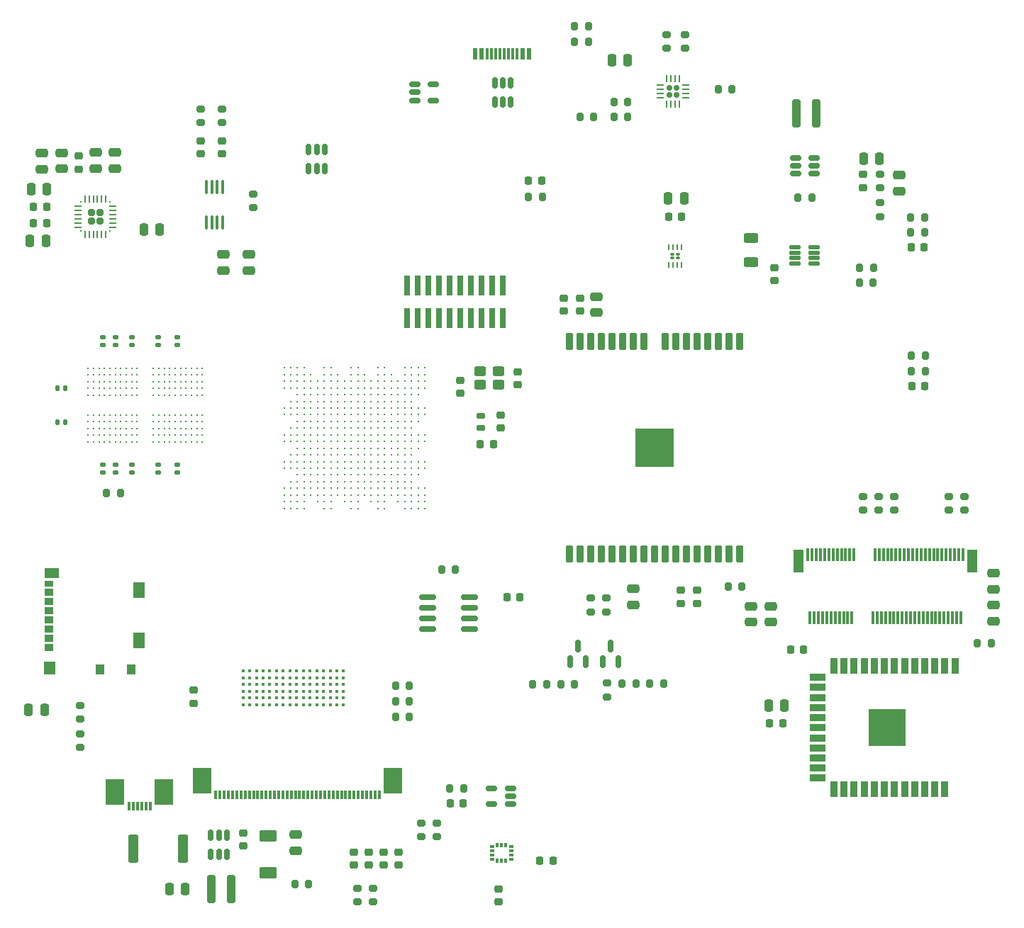
<source format=gtp>
%TF.GenerationSoftware,KiCad,Pcbnew,9.0.5*%
%TF.CreationDate,2025-11-15T17:56:55+00:00*%
%TF.ProjectId,gk,676b2e6b-6963-4616-945f-706362585858,rev?*%
%TF.SameCoordinates,Original*%
%TF.FileFunction,Paste,Top*%
%TF.FilePolarity,Positive*%
%FSLAX46Y46*%
G04 Gerber Fmt 4.6, Leading zero omitted, Abs format (unit mm)*
G04 Created by KiCad (PCBNEW 9.0.5) date 2025-11-15 17:56:55*
%MOMM*%
%LPD*%
G01*
G04 APERTURE LIST*
G04 Aperture macros list*
%AMRoundRect*
0 Rectangle with rounded corners*
0 $1 Rounding radius*
0 $2 $3 $4 $5 $6 $7 $8 $9 X,Y pos of 4 corners*
0 Add a 4 corners polygon primitive as box body*
4,1,4,$2,$3,$4,$5,$6,$7,$8,$9,$2,$3,0*
0 Add four circle primitives for the rounded corners*
1,1,$1+$1,$2,$3*
1,1,$1+$1,$4,$5*
1,1,$1+$1,$6,$7*
1,1,$1+$1,$8,$9*
0 Add four rect primitives between the rounded corners*
20,1,$1+$1,$2,$3,$4,$5,0*
20,1,$1+$1,$4,$5,$6,$7,0*
20,1,$1+$1,$6,$7,$8,$9,0*
20,1,$1+$1,$8,$9,$2,$3,0*%
G04 Aperture macros list end*
%ADD10C,0.000000*%
%ADD11RoundRect,0.072500X-0.210000X-0.072500X0.210000X-0.072500X0.210000X0.072500X-0.210000X0.072500X0*%
%ADD12RoundRect,0.072500X-0.072500X-0.210000X0.072500X-0.210000X0.072500X0.210000X-0.072500X0.210000X0*%
%ADD13RoundRect,0.075000X-0.155000X0.075000X-0.155000X-0.075000X0.155000X-0.075000X0.155000X0.075000X0*%
%ADD14RoundRect,0.047500X-0.047500X0.310000X-0.047500X-0.310000X0.047500X-0.310000X0.047500X0.310000X0*%
%ADD15RoundRect,0.160000X0.160000X-0.160000X0.160000X0.160000X-0.160000X0.160000X-0.160000X-0.160000X0*%
%ADD16RoundRect,0.047500X0.047500X-0.360000X0.047500X0.360000X-0.047500X0.360000X-0.047500X-0.360000X0*%
%ADD17RoundRect,0.047500X0.360000X-0.047500X0.360000X0.047500X-0.360000X0.047500X-0.360000X-0.047500X0*%
%ADD18RoundRect,0.198020X-0.201980X-0.201980X0.201980X-0.201980X0.201980X0.201980X-0.201980X0.201980X0*%
%ADD19RoundRect,0.047500X-0.360000X-0.047500X0.360000X-0.047500X0.360000X0.047500X-0.360000X0.047500X0*%
%ADD20RoundRect,0.047500X-0.047500X-0.360000X0.047500X-0.360000X0.047500X0.360000X-0.047500X0.360000X0*%
%ADD21RoundRect,0.028500X-0.066500X-0.066500X0.066500X-0.066500X0.066500X0.066500X-0.066500X0.066500X0*%
%ADD22RoundRect,0.250000X-0.475000X0.250000X-0.475000X-0.250000X0.475000X-0.250000X0.475000X0.250000X0*%
%ADD23RoundRect,0.150000X0.400000X-0.150000X0.400000X0.150000X-0.400000X0.150000X-0.400000X-0.150000X0*%
%ADD24RoundRect,0.200000X-0.200000X-0.275000X0.200000X-0.275000X0.200000X0.275000X-0.200000X0.275000X0*%
%ADD25RoundRect,0.225000X-0.250000X0.225000X-0.250000X-0.225000X0.250000X-0.225000X0.250000X0.225000X0*%
%ADD26R,1.100000X0.850000*%
%ADD27R,1.100000X0.750000*%
%ADD28R,1.000000X1.200000*%
%ADD29R,1.350000X1.550000*%
%ADD30R,1.350000X1.900000*%
%ADD31R,1.800000X1.170000*%
%ADD32RoundRect,0.200000X0.275000X-0.200000X0.275000X0.200000X-0.275000X0.200000X-0.275000X-0.200000X0*%
%ADD33RoundRect,0.150000X0.150000X-0.512500X0.150000X0.512500X-0.150000X0.512500X-0.150000X-0.512500X0*%
%ADD34RoundRect,0.140000X0.170000X-0.140000X0.170000X0.140000X-0.170000X0.140000X-0.170000X-0.140000X0*%
%ADD35RoundRect,0.100000X-0.100000X0.712500X-0.100000X-0.712500X0.100000X-0.712500X0.100000X0.712500X0*%
%ADD36RoundRect,0.200000X0.200000X0.275000X-0.200000X0.275000X-0.200000X-0.275000X0.200000X-0.275000X0*%
%ADD37RoundRect,0.150000X0.150000X-0.587500X0.150000X0.587500X-0.150000X0.587500X-0.150000X-0.587500X0*%
%ADD38R,0.812800X1.879600*%
%ADD39R,1.879600X0.812800*%
%ADD40R,4.394200X4.394200*%
%ADD41C,0.270000*%
%ADD42RoundRect,0.250000X-0.800000X0.450000X-0.800000X-0.450000X0.800000X-0.450000X0.800000X0.450000X0*%
%ADD43RoundRect,0.200000X-0.275000X0.200000X-0.275000X-0.200000X0.275000X-0.200000X0.275000X0.200000X0*%
%ADD44RoundRect,0.250000X-0.250000X-0.475000X0.250000X-0.475000X0.250000X0.475000X-0.250000X0.475000X0*%
%ADD45RoundRect,0.250000X0.250000X0.475000X-0.250000X0.475000X-0.250000X-0.475000X0.250000X-0.475000X0*%
%ADD46R,0.300000X1.100000*%
%ADD47R,2.300000X3.100000*%
%ADD48RoundRect,0.250000X0.362500X1.425000X-0.362500X1.425000X-0.362500X-1.425000X0.362500X-1.425000X0*%
%ADD49RoundRect,0.225000X-0.225000X-0.250000X0.225000X-0.250000X0.225000X0.250000X-0.225000X0.250000X0*%
%ADD50R,0.740000X2.400000*%
%ADD51RoundRect,0.225000X0.250000X-0.225000X0.250000X0.225000X-0.250000X0.225000X-0.250000X-0.225000X0*%
%ADD52RoundRect,0.150000X-0.512500X-0.150000X0.512500X-0.150000X0.512500X0.150000X-0.512500X0.150000X0*%
%ADD53RoundRect,0.250000X0.475000X-0.250000X0.475000X0.250000X-0.475000X0.250000X-0.475000X-0.250000X0*%
%ADD54RoundRect,0.125000X-0.537500X-0.125000X0.537500X-0.125000X0.537500X0.125000X-0.537500X0.125000X0*%
%ADD55RoundRect,0.140000X-0.170000X0.140000X-0.170000X-0.140000X0.170000X-0.140000X0.170000X0.140000X0*%
%ADD56RoundRect,0.225000X0.225000X0.250000X-0.225000X0.250000X-0.225000X-0.250000X0.225000X-0.250000X0*%
%ADD57RoundRect,0.140000X0.140000X0.170000X-0.140000X0.170000X-0.140000X-0.170000X0.140000X-0.170000X0*%
%ADD58R,0.300000X1.550000*%
%ADD59R,1.200000X2.750000*%
%ADD60RoundRect,0.150000X0.512500X0.150000X-0.512500X0.150000X-0.512500X-0.150000X0.512500X-0.150000X0*%
%ADD61R,0.600000X1.450000*%
%ADD62R,0.300000X1.450000*%
%ADD63RoundRect,0.250000X-0.450000X-0.325000X0.450000X-0.325000X0.450000X0.325000X-0.450000X0.325000X0*%
%ADD64RoundRect,0.245000X-0.245000X-1.455000X0.245000X-1.455000X0.245000X1.455000X-0.245000X1.455000X0*%
%ADD65RoundRect,0.250000X-0.625000X0.312500X-0.625000X-0.312500X0.625000X-0.312500X0.625000X0.312500X0*%
%ADD66C,0.320000*%
%ADD67RoundRect,0.120000X-0.280000X0.880000X-0.280000X-0.880000X0.280000X-0.880000X0.280000X0.880000X0*%
%ADD68R,4.546000X4.546000*%
%ADD69RoundRect,0.150000X-0.825000X-0.150000X0.825000X-0.150000X0.825000X0.150000X-0.825000X0.150000X0*%
%ADD70C,0.399999*%
G04 APERTURE END LIST*
D10*
%TO.C,U25*%
G36*
X146503124Y-117438073D02*
G01*
X145238391Y-117438073D01*
X145238391Y-116173339D01*
X146503124Y-116173339D01*
X146503124Y-117438073D01*
G37*
G36*
X146503124Y-118902806D02*
G01*
X145238391Y-118902806D01*
X145238391Y-117638072D01*
X146503124Y-117638072D01*
X146503124Y-118902806D01*
G37*
G36*
X146503124Y-120367539D02*
G01*
X145238391Y-120367539D01*
X145238391Y-119102805D01*
X146503124Y-119102805D01*
X146503124Y-120367539D01*
G37*
G36*
X147967858Y-117438073D02*
G01*
X146703124Y-117438073D01*
X146703124Y-116173339D01*
X147967858Y-116173339D01*
X147967858Y-117438073D01*
G37*
G36*
X147967858Y-118902806D02*
G01*
X146703124Y-118902806D01*
X146703124Y-117638072D01*
X147967858Y-117638072D01*
X147967858Y-118902806D01*
G37*
G36*
X147967858Y-120367539D02*
G01*
X146703124Y-120367539D01*
X146703124Y-119102805D01*
X147967858Y-119102805D01*
X147967858Y-120367539D01*
G37*
G36*
X149432591Y-117438073D02*
G01*
X148167857Y-117438073D01*
X148167857Y-116173339D01*
X149432591Y-116173339D01*
X149432591Y-117438073D01*
G37*
G36*
X149432591Y-118902806D02*
G01*
X148167857Y-118902806D01*
X148167857Y-117638072D01*
X149432591Y-117638072D01*
X149432591Y-118902806D01*
G37*
G36*
X149432591Y-120367539D02*
G01*
X148167857Y-120367539D01*
X148167857Y-119102805D01*
X149432591Y-119102805D01*
X149432591Y-120367539D01*
G37*
%TD*%
D11*
%TO.C,U15*%
X100150991Y-132504439D03*
X100150991Y-133004439D03*
X100150991Y-133504439D03*
X100150991Y-134004439D03*
D12*
X100813491Y-134166939D03*
X101313491Y-134166939D03*
X101813491Y-134166939D03*
D11*
X102475991Y-134004439D03*
X102475991Y-133504439D03*
X102475991Y-133004439D03*
X102475991Y-132504439D03*
D12*
X101813491Y-132341939D03*
X101313491Y-132341939D03*
X100813491Y-132341939D03*
%TD*%
D13*
%TO.C,U3*%
X122327491Y-61730439D03*
X121727491Y-61730439D03*
X122327491Y-62130439D03*
X121727491Y-62130439D03*
D14*
X122777491Y-60880439D03*
X122277491Y-60880439D03*
X121777491Y-60880439D03*
X121277491Y-60880439D03*
X121277491Y-62980439D03*
X121777491Y-62980439D03*
X122277491Y-62980439D03*
X122777491Y-62980439D03*
%TD*%
D15*
%TO.C,U2*%
X121373491Y-42645439D03*
X122173491Y-42645439D03*
X121373491Y-41845439D03*
X122173491Y-41845439D03*
D16*
X121023491Y-43795439D03*
X121523491Y-43795439D03*
X122023491Y-43795439D03*
X122523491Y-43795439D03*
D17*
X123323491Y-42995439D03*
X123323491Y-42495439D03*
X123323491Y-41995439D03*
X123323491Y-41495439D03*
D16*
X122523491Y-40695439D03*
X122023491Y-40695439D03*
X121523491Y-40695439D03*
X121023491Y-40695439D03*
D17*
X120223491Y-41495439D03*
X120223491Y-41995439D03*
X120223491Y-42495439D03*
X120223491Y-42995439D03*
%TD*%
D18*
%TO.C,U16*%
X52304491Y-56723439D03*
X52304491Y-57739439D03*
X53320491Y-56723439D03*
X53320491Y-57739439D03*
D19*
X50712491Y-55981439D03*
X50712491Y-56481439D03*
X50712491Y-56981439D03*
X50712491Y-57481439D03*
X50712491Y-57981439D03*
X50712491Y-58481439D03*
D20*
X51562491Y-59331439D03*
X52062491Y-59331439D03*
X52562491Y-59331439D03*
X53062491Y-59331439D03*
X53562491Y-59331439D03*
X54062491Y-59331439D03*
D19*
X54912491Y-58481439D03*
X54912491Y-57981439D03*
X54912491Y-57481439D03*
X54912491Y-56981439D03*
X54912491Y-56481439D03*
X54912491Y-55981439D03*
D20*
X54062491Y-55131439D03*
X53562491Y-55131439D03*
X53062491Y-55131439D03*
X52562491Y-55131439D03*
X52062491Y-55131439D03*
X51562491Y-55131439D03*
D21*
X51087491Y-55506439D03*
X51087491Y-58956439D03*
X54537491Y-58956439D03*
X54537491Y-55506439D03*
%TD*%
D22*
%TO.C,C132*%
X71100491Y-61742439D03*
X71100491Y-63642439D03*
%TD*%
D23*
%TO.C,Y2*%
X98786491Y-82442439D03*
X98786491Y-81042439D03*
%TD*%
D24*
%TO.C,R51*%
X110038491Y-34454439D03*
X111688491Y-34454439D03*
%TD*%
D25*
%TO.C,C107*%
X144442991Y-52201939D03*
X144442991Y-53751939D03*
%TD*%
D26*
%TO.C,J4*%
X47235491Y-108723439D03*
X47235491Y-107623439D03*
X47235491Y-106523439D03*
X47235491Y-105423439D03*
X47235491Y-104323439D03*
X47235491Y-103223439D03*
X47235491Y-102123439D03*
D27*
X47235491Y-101073439D03*
D28*
X53385491Y-111358439D03*
X57085491Y-111358439D03*
D29*
X47360491Y-111183439D03*
D30*
X58060491Y-107858439D03*
X58060491Y-101888439D03*
D31*
X47585491Y-99863439D03*
%TD*%
D32*
%TO.C,R8*%
X123170491Y-37101439D03*
X123170491Y-35451439D03*
%TD*%
D33*
%TO.C,U11*%
X100503491Y-43509939D03*
X101453491Y-43509939D03*
X102403491Y-43509939D03*
X102403491Y-41234939D03*
X101453491Y-41234939D03*
X100503491Y-41234939D03*
%TD*%
D34*
%TO.C,C85*%
X53703491Y-72604439D03*
X53703491Y-71644439D03*
%TD*%
D35*
%TO.C,U17*%
X68011491Y-53721939D03*
X67361491Y-53721939D03*
X66711491Y-53721939D03*
X66061491Y-53721939D03*
X66061491Y-57946939D03*
X66711491Y-57946939D03*
X67361491Y-57946939D03*
X68011491Y-57946939D03*
%TD*%
D36*
%TO.C,R52*%
X90276991Y-116984939D03*
X88626991Y-116984939D03*
%TD*%
D37*
%TO.C,Q2*%
X113388491Y-110441939D03*
X115288491Y-110441939D03*
X114338491Y-108566939D03*
%TD*%
D38*
%TO.C,U25*%
X155440251Y-110952439D03*
X154236291Y-110952439D03*
X153032331Y-110952439D03*
X151828371Y-110952439D03*
X150624411Y-110952439D03*
X149420451Y-110952439D03*
X148216491Y-110952439D03*
X147012531Y-110952439D03*
X145808571Y-110952439D03*
X144604611Y-110952439D03*
X143400651Y-110952439D03*
X142196691Y-110952439D03*
X140992731Y-110952439D03*
D39*
X139007391Y-112296139D03*
X139007391Y-113500099D03*
X139007391Y-114704059D03*
X139007391Y-115908019D03*
X139007391Y-117111979D03*
X139007391Y-118315939D03*
X139007391Y-119519899D03*
X139007391Y-120723859D03*
X139007391Y-121927819D03*
X139007391Y-123131779D03*
X139007391Y-124335739D03*
D38*
X140992731Y-125684439D03*
X142196691Y-125684439D03*
X143400651Y-125684439D03*
X144604611Y-125684439D03*
X145808571Y-125684439D03*
X147012531Y-125684439D03*
X148216491Y-125684439D03*
X149420451Y-125684439D03*
X150624411Y-125684439D03*
X151828371Y-125684439D03*
X153032331Y-125684439D03*
X154236291Y-125684439D03*
D40*
X147335491Y-118270439D03*
%TD*%
D41*
%TO.C,U6*%
X65588491Y-75354439D03*
X65588491Y-76154439D03*
X65588491Y-76954439D03*
X65588491Y-77754439D03*
X65588491Y-78554439D03*
X65588491Y-80954439D03*
X65588491Y-81754439D03*
X65588491Y-82554439D03*
X65588491Y-83354439D03*
X65588491Y-84154439D03*
X52588491Y-75354439D03*
X52588491Y-76154439D03*
X52588491Y-76954439D03*
X52588491Y-77754439D03*
X52588491Y-78554439D03*
X52588491Y-80954439D03*
X52588491Y-81754439D03*
X52588491Y-82554439D03*
X52588491Y-83354439D03*
X52588491Y-84154439D03*
X51938491Y-75354439D03*
X51938491Y-76154439D03*
X51938491Y-76954439D03*
X51938491Y-77754439D03*
X51938491Y-78554439D03*
X51938491Y-80954439D03*
X51938491Y-81754439D03*
X51938491Y-82554439D03*
X51938491Y-83354439D03*
X51938491Y-84154439D03*
X64938491Y-75354439D03*
X64938491Y-76154439D03*
X64938491Y-76954439D03*
X64938491Y-77754439D03*
X64938491Y-78554439D03*
X64938491Y-80954439D03*
X64938491Y-81754439D03*
X64938491Y-82554439D03*
X64938491Y-83354439D03*
X64938491Y-84154439D03*
X64288491Y-75354439D03*
X64288491Y-76154439D03*
X64288491Y-76954439D03*
X64288491Y-77754439D03*
X64288491Y-78554439D03*
X64288491Y-80954439D03*
X64288491Y-81754439D03*
X64288491Y-82554439D03*
X64288491Y-83354439D03*
X64288491Y-84154439D03*
X63638491Y-75354439D03*
X63638491Y-76154439D03*
X63638491Y-76954439D03*
X63638491Y-77754439D03*
X63638491Y-78554439D03*
X63638491Y-80954439D03*
X63638491Y-81754439D03*
X63638491Y-82554439D03*
X63638491Y-83354439D03*
X63638491Y-84154439D03*
X62988491Y-75354439D03*
X62988491Y-76154439D03*
X62988491Y-76954439D03*
X62988491Y-77754439D03*
X62988491Y-78554439D03*
X62988491Y-80954439D03*
X62988491Y-81754439D03*
X62988491Y-82554439D03*
X62988491Y-83354439D03*
X62988491Y-84154439D03*
X62338491Y-75354439D03*
X62338491Y-76154439D03*
X62338491Y-76954439D03*
X62338491Y-77754439D03*
X62338491Y-78554439D03*
X62338491Y-80954439D03*
X62338491Y-81754439D03*
X62338491Y-82554439D03*
X62338491Y-83354439D03*
X62338491Y-84154439D03*
X61688491Y-75354439D03*
X61688491Y-76154439D03*
X61688491Y-76954439D03*
X61688491Y-77754439D03*
X61688491Y-78554439D03*
X61688491Y-80954439D03*
X61688491Y-81754439D03*
X61688491Y-82554439D03*
X61688491Y-83354439D03*
X61688491Y-84154439D03*
X61038491Y-75354439D03*
X61038491Y-76154439D03*
X61038491Y-76954439D03*
X61038491Y-77754439D03*
X61038491Y-78554439D03*
X61038491Y-80954439D03*
X61038491Y-81754439D03*
X61038491Y-82554439D03*
X61038491Y-83354439D03*
X61038491Y-84154439D03*
X60388491Y-75354439D03*
X60388491Y-76154439D03*
X60388491Y-76954439D03*
X60388491Y-77754439D03*
X60388491Y-78554439D03*
X60388491Y-80954439D03*
X60388491Y-81754439D03*
X60388491Y-82554439D03*
X60388491Y-83354439D03*
X60388491Y-84154439D03*
X59738491Y-75354439D03*
X59738491Y-76154439D03*
X59738491Y-76954439D03*
X59738491Y-77754439D03*
X59738491Y-78554439D03*
X59738491Y-80954439D03*
X59738491Y-81754439D03*
X59738491Y-82554439D03*
X59738491Y-83354439D03*
X59738491Y-84154439D03*
X57788491Y-75354439D03*
X57788491Y-76154439D03*
X57788491Y-76954439D03*
X57788491Y-77754439D03*
X57788491Y-78554439D03*
X57788491Y-80954439D03*
X57788491Y-81754439D03*
X57788491Y-82554439D03*
X57788491Y-83354439D03*
X57788491Y-84154439D03*
X57138491Y-75354439D03*
X57138491Y-76154439D03*
X57138491Y-76954439D03*
X57138491Y-77754439D03*
X57138491Y-78554439D03*
X57138491Y-80954439D03*
X57138491Y-81754439D03*
X57138491Y-82554439D03*
X57138491Y-83354439D03*
X57138491Y-84154439D03*
X56488491Y-75354439D03*
X56488491Y-76154439D03*
X56488491Y-76954439D03*
X56488491Y-77754439D03*
X56488491Y-78554439D03*
X56488491Y-80954439D03*
X56488491Y-81754439D03*
X56488491Y-82554439D03*
X56488491Y-83354439D03*
X56488491Y-84154439D03*
X55838491Y-75354439D03*
X55838491Y-76154439D03*
X55838491Y-76954439D03*
X55838491Y-77754439D03*
X55838491Y-78554439D03*
X55838491Y-80954439D03*
X55838491Y-81754439D03*
X55838491Y-82554439D03*
X55838491Y-83354439D03*
X55838491Y-84154439D03*
X55188491Y-75354439D03*
X55188491Y-76154439D03*
X55188491Y-76954439D03*
X55188491Y-77754439D03*
X55188491Y-78554439D03*
X55188491Y-80954439D03*
X55188491Y-81754439D03*
X55188491Y-82554439D03*
X55188491Y-83354439D03*
X55188491Y-84154439D03*
X54538491Y-75354439D03*
X54538491Y-76154439D03*
X54538491Y-76954439D03*
X54538491Y-77754439D03*
X54538491Y-78554439D03*
X54538491Y-80954439D03*
X54538491Y-81754439D03*
X54538491Y-82554439D03*
X54538491Y-83354439D03*
X54538491Y-84154439D03*
X53888491Y-75354439D03*
X53888491Y-76154439D03*
X53888491Y-76954439D03*
X53888491Y-77754439D03*
X53888491Y-78554439D03*
X53888491Y-80954439D03*
X53888491Y-81754439D03*
X53888491Y-82554439D03*
X53888491Y-83354439D03*
X53888491Y-84154439D03*
X53238491Y-75354439D03*
X53238491Y-76154439D03*
X53238491Y-76954439D03*
X53238491Y-77754439D03*
X53238491Y-78554439D03*
X53238491Y-80954439D03*
X53238491Y-81754439D03*
X53238491Y-82554439D03*
X53238491Y-83354439D03*
X53238491Y-84154439D03*
%TD*%
D25*
%TO.C,C120*%
X89007491Y-133164439D03*
X89007491Y-134714439D03*
%TD*%
D24*
%TO.C,R53*%
X76625491Y-136987439D03*
X78275491Y-136987439D03*
%TD*%
%TO.C,R40*%
X128363491Y-101404439D03*
X130013491Y-101404439D03*
%TD*%
D22*
%TO.C,C108*%
X148760991Y-52280939D03*
X148760991Y-54180939D03*
%TD*%
D42*
%TO.C,D2*%
X73386491Y-131231439D03*
X73386491Y-135631439D03*
%TD*%
D36*
%TO.C,R50*%
X111688491Y-36304439D03*
X110038491Y-36304439D03*
%TD*%
D25*
%TO.C,C116*%
X100945491Y-137609439D03*
X100945491Y-139159439D03*
%TD*%
D32*
%TO.C,R56*%
X50970991Y-117301939D03*
X50970991Y-115651939D03*
%TD*%
D22*
%TO.C,C6*%
X117010991Y-101716939D03*
X117010991Y-103616939D03*
%TD*%
D43*
%TO.C,R33*%
X93579491Y-129685439D03*
X93579491Y-131335439D03*
%TD*%
D44*
%TO.C,C130*%
X58593491Y-58755439D03*
X60493491Y-58755439D03*
%TD*%
D45*
%TO.C,C127*%
X47031491Y-53929439D03*
X45131491Y-53929439D03*
%TD*%
D24*
%TO.C,R48*%
X136696491Y-54945439D03*
X138346491Y-54945439D03*
%TD*%
D43*
%TO.C,R22*%
X146338491Y-90679439D03*
X146338491Y-92329439D03*
%TD*%
D46*
%TO.C,J9*%
X59338491Y-127658439D03*
X58838491Y-127658439D03*
X58338491Y-127658439D03*
X57838491Y-127658439D03*
X57338491Y-127658439D03*
X56838491Y-127658439D03*
D47*
X61008491Y-125958439D03*
X55168491Y-125958439D03*
%TD*%
D24*
%TO.C,R60*%
X150221991Y-73804939D03*
X151871991Y-73804939D03*
%TD*%
D48*
%TO.C,R54*%
X63267991Y-132796439D03*
X57342991Y-132796439D03*
%TD*%
D36*
%TO.C,R39*%
X106151991Y-54881939D03*
X104501991Y-54881939D03*
%TD*%
D49*
%TO.C,C105*%
X104538991Y-52913439D03*
X106088991Y-52913439D03*
%TD*%
D32*
%TO.C,R68*%
X154746991Y-92329439D03*
X154746991Y-90679439D03*
%TD*%
D24*
%TO.C,R6*%
X110661491Y-45293439D03*
X112311491Y-45293439D03*
%TD*%
D50*
%TO.C,J5*%
X90023491Y-69341439D03*
X90023491Y-65441439D03*
X91293491Y-69341439D03*
X91293491Y-65441439D03*
X92563491Y-69341439D03*
X92563491Y-65441439D03*
X93833491Y-69341439D03*
X93833491Y-65441439D03*
X95103491Y-69341439D03*
X95103491Y-65441439D03*
X96373491Y-69341439D03*
X96373491Y-65441439D03*
X97643491Y-69341439D03*
X97643491Y-65441439D03*
X98913491Y-69341439D03*
X98913491Y-65441439D03*
X100183491Y-69341439D03*
X100183491Y-65441439D03*
X101453491Y-69341439D03*
X101453491Y-65441439D03*
%TD*%
D25*
%TO.C,C102*%
X96373491Y-76776439D03*
X96373491Y-78326439D03*
%TD*%
D43*
%TO.C,R49*%
X146474991Y-55580939D03*
X146474991Y-57230939D03*
%TD*%
D34*
%TO.C,C92*%
X55227491Y-72604439D03*
X55227491Y-71644439D03*
%TD*%
D24*
%TO.C,R2*%
X115713491Y-113054439D03*
X117363491Y-113054439D03*
%TD*%
D51*
%TO.C,C1*%
X110660991Y-68516939D03*
X110660991Y-66966939D03*
%TD*%
D52*
%TO.C,U8*%
X90917991Y-41422439D03*
X90917991Y-42372439D03*
X90917991Y-43322439D03*
X93192991Y-43322439D03*
X93192991Y-41422439D03*
%TD*%
D43*
%TO.C,R64*%
X67895491Y-44341439D03*
X67895491Y-45991439D03*
%TD*%
D24*
%TO.C,R5*%
X119013491Y-113054439D03*
X120663491Y-113054439D03*
%TD*%
D44*
%TO.C,C100*%
X44834991Y-116186439D03*
X46734991Y-116186439D03*
%TD*%
D51*
%TO.C,C2*%
X108755991Y-68516939D03*
X108755991Y-66966939D03*
%TD*%
D53*
%TO.C,C5*%
X112588491Y-68704439D03*
X112588491Y-66804439D03*
%TD*%
D54*
%TO.C,U4*%
X136314991Y-60884439D03*
X136314991Y-61534439D03*
X136314991Y-62184439D03*
X136314991Y-62834439D03*
X138589991Y-62834439D03*
X138589991Y-62184439D03*
X138589991Y-61534439D03*
X138589991Y-60884439D03*
%TD*%
D24*
%TO.C,R57*%
X88626991Y-113301939D03*
X90276991Y-113301939D03*
%TD*%
D51*
%TO.C,C134*%
X65388491Y-49729439D03*
X65388491Y-48179439D03*
%TD*%
D53*
%TO.C,C97*%
X133488491Y-105704439D03*
X133488491Y-103804439D03*
%TD*%
D55*
%TO.C,C75*%
X57132491Y-86884439D03*
X57132491Y-87844439D03*
%TD*%
D25*
%TO.C,C15*%
X64538491Y-113829439D03*
X64538491Y-115379439D03*
%TD*%
D55*
%TO.C,C90*%
X62593491Y-86884439D03*
X62593491Y-87844439D03*
%TD*%
D56*
%TO.C,C135*%
X137363491Y-108954439D03*
X135813491Y-108954439D03*
%TD*%
D32*
%TO.C,R69*%
X156588491Y-92329439D03*
X156588491Y-90679439D03*
%TD*%
D24*
%TO.C,R24*%
X94151491Y-99395439D03*
X95801491Y-99395439D03*
%TD*%
%TO.C,R11*%
X114725491Y-45293439D03*
X116375491Y-45293439D03*
%TD*%
D34*
%TO.C,C83*%
X57132491Y-72604439D03*
X57132491Y-71644439D03*
%TD*%
D57*
%TO.C,C81*%
X49230491Y-81776439D03*
X48270491Y-81776439D03*
%TD*%
D36*
%TO.C,R1*%
X110009991Y-113111439D03*
X108359991Y-113111439D03*
%TD*%
D32*
%TO.C,R36*%
X84117991Y-139145939D03*
X84117991Y-137495939D03*
%TD*%
D53*
%TO.C,C126*%
X55098491Y-51450439D03*
X55098491Y-49550439D03*
%TD*%
D45*
%TO.C,C7*%
X116373491Y-38562439D03*
X114473491Y-38562439D03*
%TD*%
D58*
%TO.C,J3*%
X137888491Y-97629439D03*
X138138491Y-105179439D03*
X138388491Y-97629439D03*
X138638491Y-105179439D03*
X138888491Y-97629439D03*
X139138491Y-105179439D03*
X139388491Y-97629439D03*
X139638491Y-105179439D03*
X139888491Y-97629439D03*
X140138491Y-105179439D03*
X140388491Y-97629439D03*
X140638491Y-105179439D03*
X140888491Y-97629439D03*
X141138491Y-105179439D03*
X141388491Y-97629439D03*
X141638491Y-105179439D03*
X141888491Y-97629439D03*
X142138491Y-105179439D03*
X142388491Y-97629439D03*
X142638491Y-105179439D03*
X142888491Y-97629439D03*
X143138491Y-105179439D03*
X143388491Y-97629439D03*
X145638491Y-105179439D03*
X145888491Y-97629439D03*
X146138491Y-105179439D03*
X146388491Y-97629439D03*
X146638491Y-105179439D03*
X146888491Y-97629439D03*
X147138491Y-105179439D03*
X147388491Y-97629439D03*
X147638491Y-105179439D03*
X147888491Y-97629439D03*
X148138491Y-105179439D03*
X148388491Y-97629439D03*
X148638491Y-105179439D03*
X148888491Y-97629439D03*
X149138491Y-105179439D03*
X149388491Y-97629439D03*
X149638491Y-105179439D03*
X149888491Y-97629439D03*
X150138491Y-105179439D03*
X150388491Y-97629439D03*
X150638491Y-105179439D03*
X150888491Y-97629439D03*
X151138491Y-105179439D03*
X151388491Y-97629439D03*
X151638491Y-105179439D03*
X151888491Y-97629439D03*
X152138491Y-105179439D03*
X152388491Y-97629439D03*
X152638491Y-105179439D03*
X152888491Y-97629439D03*
X153138491Y-105179439D03*
X153388491Y-97629439D03*
X153638491Y-105179439D03*
X153888491Y-97629439D03*
X154138491Y-105179439D03*
X154388491Y-97629439D03*
X154638491Y-105179439D03*
X154888491Y-97629439D03*
X155138491Y-105179439D03*
X155388491Y-97629439D03*
X155638491Y-105179439D03*
X155888491Y-97629439D03*
X156138491Y-105179439D03*
X156388491Y-97629439D03*
D59*
X136788491Y-98404439D03*
X157488491Y-98404439D03*
%TD*%
D51*
%TO.C,C122*%
X50791491Y-51533439D03*
X50791491Y-49983439D03*
%TD*%
D60*
%TO.C,U14*%
X102400491Y-127459939D03*
X102400491Y-126509939D03*
X102400491Y-125559939D03*
X100125491Y-125559939D03*
X100125491Y-127459939D03*
%TD*%
D32*
%TO.C,R37*%
X85959491Y-139145939D03*
X85959491Y-137495939D03*
%TD*%
D49*
%TO.C,C114*%
X150208491Y-60914439D03*
X151758491Y-60914439D03*
%TD*%
D61*
%TO.C,J7*%
X104615791Y-37738739D03*
X103815791Y-37738739D03*
D62*
X102615791Y-37738739D03*
X101615791Y-37738739D03*
X101115791Y-37738739D03*
X100115791Y-37738739D03*
D61*
X98915791Y-37738739D03*
X98115791Y-37738739D03*
X98115791Y-37738739D03*
X98915791Y-37738739D03*
D62*
X99615791Y-37738739D03*
X100615791Y-37738739D03*
X102115791Y-37738739D03*
X103115791Y-37738739D03*
D61*
X103815791Y-37738739D03*
X104615791Y-37738739D03*
%TD*%
D22*
%TO.C,C131*%
X68090491Y-61742439D03*
X68090491Y-63642439D03*
%TD*%
D49*
%TO.C,C115*%
X150271991Y-77487939D03*
X151821991Y-77487939D03*
%TD*%
D25*
%TO.C,C118*%
X85451491Y-133164439D03*
X85451491Y-134714439D03*
%TD*%
%TO.C,C101*%
X103231491Y-75760439D03*
X103231491Y-77310439D03*
%TD*%
D24*
%TO.C,R58*%
X88626991Y-115143439D03*
X90276991Y-115143439D03*
%TD*%
D63*
%TO.C,Y1*%
X98702491Y-77335439D03*
X100902491Y-77335439D03*
X100902491Y-75735439D03*
X98702491Y-75735439D03*
%TD*%
D64*
%TO.C,L1*%
X136463491Y-44912439D03*
X138833491Y-44912439D03*
%TD*%
D52*
%TO.C,U9*%
X136383991Y-50185439D03*
X136383991Y-51135439D03*
X136383991Y-52085439D03*
X138658991Y-52085439D03*
X138658991Y-51135439D03*
X138658991Y-50185439D03*
%TD*%
D43*
%TO.C,R32*%
X91737991Y-129685439D03*
X91737991Y-131335439D03*
%TD*%
D32*
%TO.C,R19*%
X148188491Y-92329439D03*
X148188491Y-90679439D03*
%TD*%
D65*
%TO.C,R12*%
X131102491Y-59761939D03*
X131102491Y-62686939D03*
%TD*%
D56*
%TO.C,C128*%
X46983491Y-56088439D03*
X45433491Y-56088439D03*
%TD*%
D22*
%TO.C,C96*%
X160038491Y-103654439D03*
X160038491Y-105554439D03*
%TD*%
D24*
%TO.C,R67*%
X158095991Y-108221939D03*
X159745991Y-108221939D03*
%TD*%
D32*
%TO.C,R4*%
X113938491Y-114629439D03*
X113938491Y-112979439D03*
%TD*%
D55*
%TO.C,C84*%
X53703491Y-86884439D03*
X53703491Y-87844439D03*
%TD*%
D53*
%TO.C,C129*%
X46438491Y-51554439D03*
X46438491Y-49654439D03*
%TD*%
D44*
%TO.C,C8*%
X121204491Y-55072439D03*
X123104491Y-55072439D03*
%TD*%
D55*
%TO.C,C91*%
X55227491Y-86884439D03*
X55227491Y-87844439D03*
%TD*%
%TO.C,C74*%
X60307491Y-86884439D03*
X60307491Y-87844439D03*
%TD*%
D43*
%TO.C,R23*%
X144488491Y-90679439D03*
X144488491Y-92329439D03*
%TD*%
D25*
%TO.C,C4*%
X124630991Y-101891939D03*
X124630991Y-103441939D03*
%TD*%
D33*
%TO.C,U12*%
X66594491Y-133425939D03*
X67544491Y-133425939D03*
X68494491Y-133425939D03*
X68494491Y-131150939D03*
X67544491Y-131150939D03*
X66594491Y-131150939D03*
%TD*%
D25*
%TO.C,C3*%
X122725991Y-101891939D03*
X122725991Y-103441939D03*
%TD*%
D36*
%TO.C,R14*%
X55798491Y-90285439D03*
X54148491Y-90285439D03*
%TD*%
D32*
%TO.C,R35*%
X113838491Y-104479439D03*
X113838491Y-102829439D03*
%TD*%
D56*
%TO.C,C112*%
X96703991Y-127335439D03*
X95153991Y-127335439D03*
%TD*%
D45*
%TO.C,C123*%
X46904491Y-60152439D03*
X45004491Y-60152439D03*
%TD*%
D66*
%TO.C,U5*%
X92138490Y-92104438D03*
X91338490Y-92104438D03*
X90538490Y-92104438D03*
X89738490Y-92104438D03*
X87338491Y-92104438D03*
X86538491Y-92104438D03*
X84138491Y-92104438D03*
X83338491Y-92104438D03*
X80938491Y-92104438D03*
X80138491Y-92104438D03*
X77738492Y-92104438D03*
X76938492Y-92104438D03*
X76138492Y-92104438D03*
X75338492Y-92104438D03*
X92138490Y-76104440D03*
X91338490Y-76104440D03*
X90538490Y-76104440D03*
X89738490Y-76104440D03*
X88138490Y-76104440D03*
X87338491Y-76104440D03*
X86538491Y-76104440D03*
X84938491Y-76104440D03*
X84138491Y-76104440D03*
X83338491Y-76104440D03*
X81738491Y-76104440D03*
X80938491Y-76104440D03*
X80138491Y-76104440D03*
X78538492Y-76104440D03*
X77738492Y-76104440D03*
X76938492Y-76104440D03*
X76138492Y-76104440D03*
X75338492Y-76104440D03*
X92138490Y-75304440D03*
X91338490Y-75304440D03*
X90538490Y-75304440D03*
X89738490Y-75304440D03*
X87338491Y-75304440D03*
X86538491Y-75304440D03*
X84138491Y-75304440D03*
X83338491Y-75304440D03*
X80938491Y-75304440D03*
X80138491Y-75304440D03*
X77738492Y-75304440D03*
X76938492Y-75304440D03*
X76138492Y-75304440D03*
X75338492Y-75304440D03*
X92138490Y-91304438D03*
X91338490Y-91304438D03*
X90538490Y-91304438D03*
X89738490Y-91304438D03*
X88938490Y-91304438D03*
X87338491Y-91304438D03*
X86538491Y-91304438D03*
X85738491Y-91304438D03*
X84138491Y-91304438D03*
X83338491Y-91304438D03*
X82538491Y-91304438D03*
X80938491Y-91304438D03*
X80138491Y-91304438D03*
X79338491Y-91304438D03*
X77738492Y-91304438D03*
X76938492Y-91304438D03*
X76138492Y-91304438D03*
X75338492Y-91304438D03*
X92138490Y-90504438D03*
X91338490Y-90504438D03*
X90538490Y-90504438D03*
X89738490Y-90504438D03*
X88938490Y-90504438D03*
X88138490Y-90504438D03*
X87338491Y-90504438D03*
X86538491Y-90504438D03*
X85738491Y-90504438D03*
X84938491Y-90504438D03*
X84138491Y-90504438D03*
X83338491Y-90504438D03*
X82538491Y-90504438D03*
X81738491Y-90504438D03*
X80938491Y-90504438D03*
X80138491Y-90504438D03*
X79338491Y-90504438D03*
X78538492Y-90504438D03*
X77738492Y-90504438D03*
X76938492Y-90504438D03*
X76138492Y-90504438D03*
X75338492Y-90504438D03*
X92138490Y-89704438D03*
X91338490Y-89704438D03*
X90538490Y-89704438D03*
X89738490Y-89704438D03*
X88938490Y-89704438D03*
X88138490Y-89704438D03*
X87338491Y-89704438D03*
X86538491Y-89704438D03*
X85738491Y-89704438D03*
X84938491Y-89704438D03*
X84138491Y-89704438D03*
X83338491Y-89704438D03*
X82538491Y-89704438D03*
X81738491Y-89704438D03*
X80938491Y-89704438D03*
X80138491Y-89704438D03*
X79338491Y-89704438D03*
X78538492Y-89704438D03*
X77738492Y-89704438D03*
X76938492Y-89704438D03*
X76138492Y-89704438D03*
X75338492Y-89704438D03*
X90538490Y-88904438D03*
X89738490Y-88904438D03*
X88938490Y-88904438D03*
X88138490Y-88904438D03*
X87338491Y-88904438D03*
X86538491Y-88904438D03*
X85738491Y-88904438D03*
X84938491Y-88904438D03*
X84138491Y-88904438D03*
X83338491Y-88904438D03*
X82538491Y-88904438D03*
X81738491Y-88904438D03*
X80938491Y-88904438D03*
X80138491Y-88904438D03*
X79338491Y-88904438D03*
X78538492Y-88904438D03*
X77738492Y-88904438D03*
X76938492Y-88904438D03*
X76138492Y-88904438D03*
X91338490Y-88104438D03*
X90538490Y-88104438D03*
X89738490Y-88104438D03*
X88938490Y-88104438D03*
X88138490Y-88104438D03*
X87338491Y-88104438D03*
X86538491Y-88104438D03*
X85738491Y-88104438D03*
X84938491Y-88104438D03*
X84138491Y-88104438D03*
X83338491Y-88104438D03*
X82538491Y-88104438D03*
X81738491Y-88104438D03*
X80938491Y-88104438D03*
X80138491Y-88104438D03*
X79338491Y-88104438D03*
X78538492Y-88104438D03*
X77738492Y-88104438D03*
X76938492Y-88104438D03*
X92138490Y-87304439D03*
X91338490Y-87304439D03*
X90538490Y-87304439D03*
X89738490Y-87304439D03*
X88938490Y-87304439D03*
X88138490Y-87304439D03*
X87338491Y-87304439D03*
X86538491Y-87304439D03*
X85738491Y-87304439D03*
X84938491Y-87304439D03*
X84138491Y-87304439D03*
X83338491Y-87304439D03*
X82538491Y-87304439D03*
X81738491Y-87304439D03*
X80938491Y-87304439D03*
X80138491Y-87304439D03*
X79338491Y-87304439D03*
X78538492Y-87304439D03*
X77738492Y-87304439D03*
X76938492Y-87304439D03*
X76138492Y-87304439D03*
X75338492Y-87304439D03*
X92138490Y-86504439D03*
X91338490Y-86504439D03*
X90538490Y-86504439D03*
X89738490Y-86504439D03*
X88938490Y-86504439D03*
X88138490Y-86504439D03*
X87338491Y-86504439D03*
X86538491Y-86504439D03*
X85738491Y-86504439D03*
X84938491Y-86504439D03*
X84138491Y-86504439D03*
X83338491Y-86504439D03*
X82538491Y-86504439D03*
X81738491Y-86504439D03*
X80938491Y-86504439D03*
X80138491Y-86504439D03*
X79338491Y-86504439D03*
X78538492Y-86504439D03*
X77738492Y-86504439D03*
X76938492Y-86504439D03*
X76138492Y-86504439D03*
X75338492Y-86504439D03*
X90538490Y-85704439D03*
X89738490Y-85704439D03*
X88938490Y-85704439D03*
X88138490Y-85704439D03*
X87338491Y-85704439D03*
X86538491Y-85704439D03*
X85738491Y-85704439D03*
X84938491Y-85704439D03*
X84138491Y-85704439D03*
X83338491Y-85704439D03*
X82538491Y-85704439D03*
X81738491Y-85704439D03*
X80938491Y-85704439D03*
X80138491Y-85704439D03*
X79338491Y-85704439D03*
X78538492Y-85704439D03*
X77738492Y-85704439D03*
X76938492Y-85704439D03*
X76138492Y-85704439D03*
X91338490Y-84904439D03*
X90538490Y-84904439D03*
X89738490Y-84904439D03*
X88938490Y-84904439D03*
X88138490Y-84904439D03*
X87338491Y-84904439D03*
X86538491Y-84904439D03*
X85738491Y-84904439D03*
X84938491Y-84904439D03*
X84138491Y-84904439D03*
X83338491Y-84904439D03*
X82538491Y-84904439D03*
X81738491Y-84904439D03*
X80938491Y-84904439D03*
X80138491Y-84904439D03*
X79338491Y-84904439D03*
X78538492Y-84904439D03*
X77738492Y-84904439D03*
X76938492Y-84904439D03*
X92138490Y-84104439D03*
X91338490Y-84104439D03*
X90538490Y-84104439D03*
X89738490Y-84104439D03*
X88938490Y-84104439D03*
X88138490Y-84104439D03*
X87338491Y-84104439D03*
X86538491Y-84104439D03*
X85738491Y-84104439D03*
X84938491Y-84104439D03*
X84138491Y-84104439D03*
X83338491Y-84104439D03*
X82538491Y-84104439D03*
X81738491Y-84104439D03*
X80938491Y-84104439D03*
X80138491Y-84104439D03*
X79338491Y-84104439D03*
X78538492Y-84104439D03*
X77738492Y-84104439D03*
X76938492Y-84104439D03*
X76138492Y-84104439D03*
X75338492Y-84104439D03*
X92138490Y-83304439D03*
X91338490Y-83304439D03*
X90538490Y-83304439D03*
X89738490Y-83304439D03*
X88938490Y-83304439D03*
X88138490Y-83304439D03*
X87338491Y-83304439D03*
X86538491Y-83304439D03*
X85738491Y-83304439D03*
X84938491Y-83304439D03*
X84138491Y-83304439D03*
X83338491Y-83304439D03*
X82538491Y-83304439D03*
X81738491Y-83304439D03*
X80938491Y-83304439D03*
X80138491Y-83304439D03*
X79338491Y-83304439D03*
X78538492Y-83304439D03*
X77738492Y-83304439D03*
X76938492Y-83304439D03*
X76138492Y-83304439D03*
X75338492Y-83304439D03*
X90538490Y-82504439D03*
X89738490Y-82504439D03*
X88938490Y-82504439D03*
X88138490Y-82504439D03*
X87338491Y-82504439D03*
X86538491Y-82504439D03*
X85738491Y-82504439D03*
X84938491Y-82504439D03*
X84138491Y-82504439D03*
X83338491Y-82504439D03*
X82538491Y-82504439D03*
X81738491Y-82504439D03*
X80938491Y-82504439D03*
X80138491Y-82504439D03*
X79338491Y-82504439D03*
X78538492Y-82504439D03*
X77738492Y-82504439D03*
X76938492Y-82504439D03*
X76138492Y-82504439D03*
X91338490Y-81704439D03*
X90538490Y-81704439D03*
X89738490Y-81704439D03*
X88938490Y-81704439D03*
X88138490Y-81704439D03*
X87338491Y-81704439D03*
X86538491Y-81704439D03*
X85738491Y-81704439D03*
X84938491Y-81704439D03*
X84138491Y-81704439D03*
X83338491Y-81704439D03*
X82538491Y-81704439D03*
X81738491Y-81704439D03*
X80938491Y-81704439D03*
X80138491Y-81704439D03*
X79338491Y-81704439D03*
X78538492Y-81704439D03*
X77738492Y-81704439D03*
X76938492Y-81704439D03*
X92138490Y-80904439D03*
X91338490Y-80904439D03*
X90538490Y-80904439D03*
X89738490Y-80904439D03*
X88938490Y-80904439D03*
X88138490Y-80904439D03*
X87338491Y-80904439D03*
X86538491Y-80904439D03*
X85738491Y-80904439D03*
X84938491Y-80904439D03*
X84138491Y-80904439D03*
X83338491Y-80904439D03*
X82538491Y-80904439D03*
X81738491Y-80904439D03*
X80938491Y-80904439D03*
X80138491Y-80904439D03*
X79338491Y-80904439D03*
X78538492Y-80904439D03*
X77738492Y-80904439D03*
X76938492Y-80904439D03*
X76138492Y-80904439D03*
X75338492Y-80904439D03*
X92138490Y-80104439D03*
X91338490Y-80104439D03*
X90538490Y-80104439D03*
X89738490Y-80104439D03*
X88938490Y-80104439D03*
X88138490Y-80104439D03*
X87338491Y-80104439D03*
X86538491Y-80104439D03*
X85738491Y-80104439D03*
X84938491Y-80104439D03*
X84138491Y-80104439D03*
X83338491Y-80104439D03*
X82538491Y-80104439D03*
X81738491Y-80104439D03*
X80938491Y-80104439D03*
X80138491Y-80104439D03*
X79338491Y-80104439D03*
X78538492Y-80104439D03*
X77738492Y-80104439D03*
X76938492Y-80104439D03*
X76138492Y-80104439D03*
X75338492Y-80104439D03*
X90538490Y-79304439D03*
X89738490Y-79304439D03*
X88938490Y-79304439D03*
X88138490Y-79304439D03*
X87338491Y-79304439D03*
X86538491Y-79304439D03*
X85738491Y-79304439D03*
X84938491Y-79304439D03*
X84138491Y-79304439D03*
X83338491Y-79304439D03*
X82538491Y-79304439D03*
X81738491Y-79304439D03*
X80938491Y-79304439D03*
X80138491Y-79304439D03*
X79338491Y-79304439D03*
X78538492Y-79304439D03*
X77738492Y-79304439D03*
X76938492Y-79304439D03*
X76138492Y-79304439D03*
X91338490Y-78504440D03*
X90538490Y-78504440D03*
X89738490Y-78504440D03*
X88938490Y-78504440D03*
X88138490Y-78504440D03*
X87338491Y-78504440D03*
X86538491Y-78504440D03*
X85738491Y-78504440D03*
X84938491Y-78504440D03*
X84138491Y-78504440D03*
X83338491Y-78504440D03*
X82538491Y-78504440D03*
X81738491Y-78504440D03*
X80938491Y-78504440D03*
X80138491Y-78504440D03*
X79338491Y-78504440D03*
X78538492Y-78504440D03*
X77738492Y-78504440D03*
X76938492Y-78504440D03*
X92138490Y-77704440D03*
X91338490Y-77704440D03*
X90538490Y-77704440D03*
X89738490Y-77704440D03*
X88938490Y-77704440D03*
X88138490Y-77704440D03*
X87338491Y-77704440D03*
X86538491Y-77704440D03*
X85738491Y-77704440D03*
X84938491Y-77704440D03*
X84138491Y-77704440D03*
X83338491Y-77704440D03*
X82538491Y-77704440D03*
X81738491Y-77704440D03*
X80938491Y-77704440D03*
X80138491Y-77704440D03*
X79338491Y-77704440D03*
X78538492Y-77704440D03*
X77738492Y-77704440D03*
X76938492Y-77704440D03*
X76138492Y-77704440D03*
X75338492Y-77704440D03*
X92138490Y-76904440D03*
X91338490Y-76904440D03*
X90538490Y-76904440D03*
X89738490Y-76904440D03*
X88938490Y-76904440D03*
X88138490Y-76904440D03*
X87338491Y-76904440D03*
X86538491Y-76904440D03*
X85738491Y-76904440D03*
X84938491Y-76904440D03*
X84138491Y-76904440D03*
X83338491Y-76904440D03*
X82538491Y-76904440D03*
X81738491Y-76904440D03*
X80938491Y-76904440D03*
X80138491Y-76904440D03*
X79338491Y-76904440D03*
X78538492Y-76904440D03*
X77738492Y-76904440D03*
X76938492Y-76904440D03*
X76138492Y-76904440D03*
X75338492Y-76904440D03*
%TD*%
D67*
%TO.C,U1*%
X129710991Y-72186939D03*
X128440991Y-72186939D03*
X127170991Y-72186939D03*
X125900991Y-72186939D03*
X124630991Y-72186939D03*
X123360991Y-72186939D03*
X122090991Y-72186939D03*
X120820991Y-72186939D03*
X118280991Y-72186939D03*
X117010991Y-72186939D03*
X115740991Y-72186939D03*
X114470991Y-72186939D03*
X113200991Y-72186939D03*
X111930991Y-72186939D03*
X110660991Y-72186939D03*
X109390991Y-72186939D03*
X109390991Y-97586939D03*
X110660991Y-97586939D03*
X111930991Y-97586939D03*
X113200991Y-97586939D03*
X114470991Y-97586939D03*
X115740991Y-97586939D03*
X117010991Y-97586939D03*
X118280991Y-97586939D03*
X119550991Y-97586939D03*
X120820991Y-97586939D03*
X122090991Y-97586939D03*
X123360991Y-97586939D03*
X124630991Y-97586939D03*
X125900991Y-97586939D03*
X127170991Y-97586939D03*
X128440991Y-97586939D03*
X129710991Y-97586939D03*
D68*
X119550991Y-84886939D03*
%TD*%
D64*
%TO.C,L2*%
X66613491Y-137622439D03*
X68983491Y-137622439D03*
%TD*%
D44*
%TO.C,C106*%
X144508991Y-50309939D03*
X146408991Y-50309939D03*
%TD*%
D36*
%TO.C,R30*%
X145648991Y-65105439D03*
X143998991Y-65105439D03*
%TD*%
D69*
%TO.C,U7*%
X92501491Y-102697439D03*
X92501491Y-103967439D03*
X92501491Y-105237439D03*
X92501491Y-106507439D03*
X97451491Y-106507439D03*
X97451491Y-105237439D03*
X97451491Y-103967439D03*
X97451491Y-102697439D03*
%TD*%
D70*
%TO.C,U13*%
X70438489Y-115554439D03*
X70438489Y-114754438D03*
X70438489Y-113954437D03*
X70438489Y-113154439D03*
X70438489Y-112354438D03*
X70438489Y-111554437D03*
X71238490Y-115554439D03*
X71238490Y-114754438D03*
X71238490Y-113954437D03*
X71238490Y-113154439D03*
X71238490Y-112354438D03*
X71238490Y-111554437D03*
X72038491Y-115554439D03*
X72038491Y-114754438D03*
X72038491Y-113954437D03*
X72038491Y-113154439D03*
X72038491Y-112354438D03*
X72038491Y-111554437D03*
X72838490Y-115554439D03*
X72838490Y-114754438D03*
X72838490Y-113954437D03*
X72838490Y-113154439D03*
X72838490Y-112354438D03*
X72838490Y-111554437D03*
X73638491Y-115554439D03*
X73638491Y-114754438D03*
X73638491Y-113954437D03*
X73638491Y-113154439D03*
X73638491Y-112354438D03*
X73638491Y-111554437D03*
X74438489Y-115554439D03*
X74438489Y-114754438D03*
X74438489Y-113954437D03*
X74438489Y-113154439D03*
X74438489Y-112354438D03*
X74438489Y-111554437D03*
X75238490Y-115554439D03*
X75238490Y-114754438D03*
X75238490Y-113954437D03*
X75238490Y-113154439D03*
X75238490Y-112354438D03*
X75238490Y-111554437D03*
X76038491Y-115554439D03*
X76038491Y-114754438D03*
X76038491Y-113954437D03*
X76038491Y-113154439D03*
X76038491Y-112354438D03*
X76038491Y-111554437D03*
X76838489Y-115554439D03*
X76838489Y-114754438D03*
X76838489Y-113954437D03*
X76838489Y-113154439D03*
X76838489Y-112354438D03*
X76838489Y-111554437D03*
X77638490Y-115554439D03*
X77638490Y-114754438D03*
X77638490Y-113954437D03*
X77638490Y-113154439D03*
X77638490Y-112354438D03*
X77638490Y-111554437D03*
X78438491Y-115554439D03*
X78438491Y-114754438D03*
X78438491Y-113954437D03*
X78438491Y-113154439D03*
X78438491Y-112354438D03*
X78438491Y-111554437D03*
X79238489Y-115554439D03*
X79238489Y-114754438D03*
X79238489Y-113954437D03*
X79238489Y-113154439D03*
X79238489Y-112354438D03*
X79238489Y-111554437D03*
X80038490Y-115554439D03*
X80038490Y-114754438D03*
X80038490Y-113954437D03*
X80038490Y-113154439D03*
X80038490Y-112354438D03*
X80038490Y-111554437D03*
X80838489Y-115554439D03*
X80838489Y-114754438D03*
X80838489Y-113954437D03*
X80838489Y-113154439D03*
X80838489Y-112354438D03*
X80838489Y-111554437D03*
X81638490Y-115554439D03*
X81638490Y-114754438D03*
X81638490Y-113954437D03*
X81638490Y-113154439D03*
X81638490Y-112354438D03*
X81638490Y-111554437D03*
X82438491Y-115554439D03*
X82438491Y-114754438D03*
X82438491Y-113954437D03*
X82438491Y-113154439D03*
X82438491Y-112354438D03*
X82438491Y-111554437D03*
%TD*%
D57*
%TO.C,C82*%
X49230491Y-77712439D03*
X48270491Y-77712439D03*
%TD*%
D32*
%TO.C,R55*%
X50970991Y-120667439D03*
X50970991Y-119017439D03*
%TD*%
D46*
%TO.C,J8*%
X86693491Y-126304439D03*
X86193491Y-126304439D03*
X85693491Y-126304439D03*
X85193491Y-126304439D03*
X84693491Y-126304439D03*
X84193491Y-126304439D03*
X83693491Y-126304439D03*
X83193491Y-126304439D03*
X82693491Y-126304439D03*
X82193491Y-126304439D03*
X81693491Y-126304439D03*
X81193491Y-126304439D03*
X80693491Y-126304439D03*
X80193491Y-126304439D03*
X79693491Y-126304439D03*
X79193491Y-126304439D03*
X78693491Y-126304439D03*
X78193491Y-126304439D03*
X77693491Y-126304439D03*
X77193491Y-126304439D03*
X76693491Y-126304439D03*
X76193491Y-126304439D03*
X75693491Y-126304439D03*
X75193491Y-126304439D03*
X74693491Y-126304439D03*
X74193491Y-126304439D03*
X73693491Y-126304439D03*
X73193491Y-126304439D03*
X72693491Y-126304439D03*
X72193491Y-126304439D03*
X71693491Y-126304439D03*
X71193491Y-126304439D03*
X70693491Y-126304439D03*
X70193491Y-126304439D03*
X69693491Y-126304439D03*
X69193491Y-126304439D03*
X68693491Y-126304439D03*
X68193491Y-126304439D03*
X67693491Y-126304439D03*
X67193491Y-126304439D03*
D47*
X88363491Y-124604439D03*
X65523491Y-124604439D03*
%TD*%
D43*
%TO.C,R10*%
X121011491Y-35451439D03*
X121011491Y-37101439D03*
%TD*%
D25*
%TO.C,C119*%
X87229491Y-133164439D03*
X87229491Y-134714439D03*
%TD*%
D51*
%TO.C,C10*%
X133892491Y-64854439D03*
X133892491Y-63304439D03*
%TD*%
D37*
%TO.C,Q1*%
X109488491Y-110441939D03*
X111388491Y-110441939D03*
X110438491Y-108566939D03*
%TD*%
D36*
%TO.C,R3*%
X106659991Y-113111439D03*
X105009991Y-113111439D03*
%TD*%
D33*
%TO.C,U10*%
X78278491Y-51510939D03*
X79228491Y-51510939D03*
X80178491Y-51510939D03*
X80178491Y-49235939D03*
X79228491Y-49235939D03*
X78278491Y-49235939D03*
%TD*%
D43*
%TO.C,R66*%
X71608491Y-54501439D03*
X71608491Y-56151439D03*
%TD*%
D24*
%TO.C,R7*%
X127171491Y-41991439D03*
X128821491Y-41991439D03*
%TD*%
D49*
%TO.C,C113*%
X105885491Y-134193439D03*
X107435491Y-134193439D03*
%TD*%
D34*
%TO.C,C76*%
X60307491Y-72604439D03*
X60307491Y-71644439D03*
%TD*%
D24*
%TO.C,R59*%
X150158491Y-57294939D03*
X151808491Y-57294939D03*
%TD*%
%TO.C,R9*%
X114725491Y-43515439D03*
X116375491Y-43515439D03*
%TD*%
D25*
%TO.C,C117*%
X83673491Y-133164439D03*
X83673491Y-134714439D03*
%TD*%
D53*
%TO.C,C94*%
X131088491Y-105704439D03*
X131088491Y-103804439D03*
%TD*%
D36*
%TO.C,R31*%
X145711991Y-63327439D03*
X144061991Y-63327439D03*
%TD*%
D51*
%TO.C,C111*%
X70465491Y-132428439D03*
X70465491Y-130878439D03*
%TD*%
D49*
%TO.C,C98*%
X101948491Y-102697439D03*
X103498491Y-102697439D03*
%TD*%
D56*
%TO.C,C136*%
X134867491Y-117810439D03*
X133317491Y-117810439D03*
%TD*%
D45*
%TO.C,C137*%
X135105991Y-115651439D03*
X133205991Y-115651439D03*
%TD*%
D53*
%TO.C,C121*%
X48788491Y-51504439D03*
X48788491Y-49604439D03*
%TD*%
D32*
%TO.C,R34*%
X111988491Y-104479439D03*
X111988491Y-102829439D03*
%TD*%
D45*
%TO.C,C110*%
X63541491Y-137622439D03*
X61641491Y-137622439D03*
%TD*%
D51*
%TO.C,C133*%
X67888491Y-49729439D03*
X67888491Y-48179439D03*
%TD*%
D43*
%TO.C,R47*%
X146474991Y-52151939D03*
X146474991Y-53801939D03*
%TD*%
D22*
%TO.C,C109*%
X76688491Y-131084439D03*
X76688491Y-132984439D03*
%TD*%
D56*
%TO.C,C124*%
X46983491Y-57993439D03*
X45433491Y-57993439D03*
%TD*%
D53*
%TO.C,C95*%
X160038491Y-101754439D03*
X160038491Y-99854439D03*
%TD*%
D25*
%TO.C,C104*%
X101199491Y-80967439D03*
X101199491Y-82517439D03*
%TD*%
D34*
%TO.C,C86*%
X62593491Y-72604439D03*
X62593491Y-71644439D03*
%TD*%
D36*
%TO.C,R61*%
X151808491Y-59072939D03*
X150158491Y-59072939D03*
%TD*%
D53*
%TO.C,C125*%
X52812491Y-51450439D03*
X52812491Y-49550439D03*
%TD*%
D36*
%TO.C,R62*%
X151871991Y-75709939D03*
X150221991Y-75709939D03*
%TD*%
D49*
%TO.C,C103*%
X98773491Y-84409439D03*
X100323491Y-84409439D03*
%TD*%
%TO.C,C9*%
X121252491Y-57231439D03*
X122802491Y-57231439D03*
%TD*%
D36*
%TO.C,R63*%
X96753991Y-125557439D03*
X95103991Y-125557439D03*
%TD*%
D43*
%TO.C,R65*%
X65385491Y-44341439D03*
X65385491Y-45991439D03*
%TD*%
M02*

</source>
